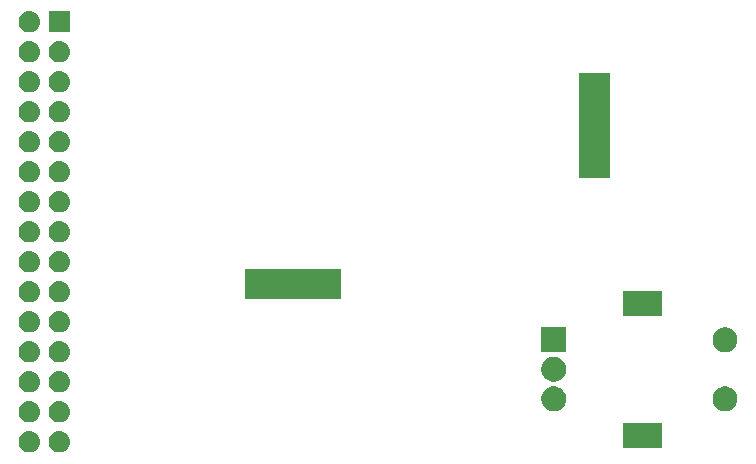
<source format=gbr>
G04 #@! TF.GenerationSoftware,KiCad,Pcbnew,5.1.2+dfsg1-1*
G04 #@! TF.CreationDate,2019-08-07T20:01:01+08:00*
G04 #@! TF.ProjectId,LCD_MINI,4c43445f-4d49-44e4-992e-6b696361645f,rev?*
G04 #@! TF.SameCoordinates,Original*
G04 #@! TF.FileFunction,Soldermask,Top*
G04 #@! TF.FilePolarity,Negative*
%FSLAX46Y46*%
G04 Gerber Fmt 4.6, Leading zero omitted, Abs format (unit mm)*
G04 Created by KiCad (PCBNEW 5.1.2+dfsg1-1) date 2019-08-07 20:01:01*
%MOMM*%
%LPD*%
G04 APERTURE LIST*
%ADD10C,0.100000*%
G04 APERTURE END LIST*
D10*
G36*
X116950443Y-112135519D02*
G01*
X117016627Y-112142037D01*
X117186466Y-112193557D01*
X117342991Y-112277222D01*
X117378729Y-112306552D01*
X117480186Y-112389814D01*
X117563448Y-112491271D01*
X117592778Y-112527009D01*
X117676443Y-112683534D01*
X117727963Y-112853373D01*
X117745359Y-113030000D01*
X117727963Y-113206627D01*
X117676443Y-113376466D01*
X117592778Y-113532991D01*
X117577998Y-113551000D01*
X117480186Y-113670186D01*
X117378729Y-113753448D01*
X117342991Y-113782778D01*
X117186466Y-113866443D01*
X117016627Y-113917963D01*
X116950443Y-113924481D01*
X116884260Y-113931000D01*
X116795740Y-113931000D01*
X116729557Y-113924481D01*
X116663373Y-113917963D01*
X116493534Y-113866443D01*
X116337009Y-113782778D01*
X116301271Y-113753448D01*
X116199814Y-113670186D01*
X116102002Y-113551000D01*
X116087222Y-113532991D01*
X116003557Y-113376466D01*
X115952037Y-113206627D01*
X115934641Y-113030000D01*
X115952037Y-112853373D01*
X116003557Y-112683534D01*
X116087222Y-112527009D01*
X116116552Y-112491271D01*
X116199814Y-112389814D01*
X116301271Y-112306552D01*
X116337009Y-112277222D01*
X116493534Y-112193557D01*
X116663373Y-112142037D01*
X116729557Y-112135519D01*
X116795740Y-112129000D01*
X116884260Y-112129000D01*
X116950443Y-112135519D01*
X116950443Y-112135519D01*
G37*
G36*
X114410443Y-112135519D02*
G01*
X114476627Y-112142037D01*
X114646466Y-112193557D01*
X114802991Y-112277222D01*
X114838729Y-112306552D01*
X114940186Y-112389814D01*
X115023448Y-112491271D01*
X115052778Y-112527009D01*
X115136443Y-112683534D01*
X115187963Y-112853373D01*
X115205359Y-113030000D01*
X115187963Y-113206627D01*
X115136443Y-113376466D01*
X115052778Y-113532991D01*
X115037998Y-113551000D01*
X114940186Y-113670186D01*
X114838729Y-113753448D01*
X114802991Y-113782778D01*
X114646466Y-113866443D01*
X114476627Y-113917963D01*
X114410443Y-113924481D01*
X114344260Y-113931000D01*
X114255740Y-113931000D01*
X114189557Y-113924481D01*
X114123373Y-113917963D01*
X113953534Y-113866443D01*
X113797009Y-113782778D01*
X113761271Y-113753448D01*
X113659814Y-113670186D01*
X113562002Y-113551000D01*
X113547222Y-113532991D01*
X113463557Y-113376466D01*
X113412037Y-113206627D01*
X113394641Y-113030000D01*
X113412037Y-112853373D01*
X113463557Y-112683534D01*
X113547222Y-112527009D01*
X113576552Y-112491271D01*
X113659814Y-112389814D01*
X113761271Y-112306552D01*
X113797009Y-112277222D01*
X113953534Y-112193557D01*
X114123373Y-112142037D01*
X114189557Y-112135519D01*
X114255740Y-112129000D01*
X114344260Y-112129000D01*
X114410443Y-112135519D01*
X114410443Y-112135519D01*
G37*
G36*
X167851000Y-113551000D02*
G01*
X164549000Y-113551000D01*
X164549000Y-111449000D01*
X167851000Y-111449000D01*
X167851000Y-113551000D01*
X167851000Y-113551000D01*
G37*
G36*
X116950442Y-109595518D02*
G01*
X117016627Y-109602037D01*
X117186466Y-109653557D01*
X117342991Y-109737222D01*
X117378729Y-109766552D01*
X117480186Y-109849814D01*
X117563448Y-109951271D01*
X117592778Y-109987009D01*
X117676443Y-110143534D01*
X117727963Y-110313373D01*
X117745359Y-110490000D01*
X117727963Y-110666627D01*
X117676443Y-110836466D01*
X117592778Y-110992991D01*
X117563448Y-111028729D01*
X117480186Y-111130186D01*
X117378729Y-111213448D01*
X117342991Y-111242778D01*
X117186466Y-111326443D01*
X117016627Y-111377963D01*
X116950443Y-111384481D01*
X116884260Y-111391000D01*
X116795740Y-111391000D01*
X116729557Y-111384481D01*
X116663373Y-111377963D01*
X116493534Y-111326443D01*
X116337009Y-111242778D01*
X116301271Y-111213448D01*
X116199814Y-111130186D01*
X116116552Y-111028729D01*
X116087222Y-110992991D01*
X116003557Y-110836466D01*
X115952037Y-110666627D01*
X115934641Y-110490000D01*
X115952037Y-110313373D01*
X116003557Y-110143534D01*
X116087222Y-109987009D01*
X116116552Y-109951271D01*
X116199814Y-109849814D01*
X116301271Y-109766552D01*
X116337009Y-109737222D01*
X116493534Y-109653557D01*
X116663373Y-109602037D01*
X116729558Y-109595518D01*
X116795740Y-109589000D01*
X116884260Y-109589000D01*
X116950442Y-109595518D01*
X116950442Y-109595518D01*
G37*
G36*
X114410442Y-109595518D02*
G01*
X114476627Y-109602037D01*
X114646466Y-109653557D01*
X114802991Y-109737222D01*
X114838729Y-109766552D01*
X114940186Y-109849814D01*
X115023448Y-109951271D01*
X115052778Y-109987009D01*
X115136443Y-110143534D01*
X115187963Y-110313373D01*
X115205359Y-110490000D01*
X115187963Y-110666627D01*
X115136443Y-110836466D01*
X115052778Y-110992991D01*
X115023448Y-111028729D01*
X114940186Y-111130186D01*
X114838729Y-111213448D01*
X114802991Y-111242778D01*
X114646466Y-111326443D01*
X114476627Y-111377963D01*
X114410443Y-111384481D01*
X114344260Y-111391000D01*
X114255740Y-111391000D01*
X114189557Y-111384481D01*
X114123373Y-111377963D01*
X113953534Y-111326443D01*
X113797009Y-111242778D01*
X113761271Y-111213448D01*
X113659814Y-111130186D01*
X113576552Y-111028729D01*
X113547222Y-110992991D01*
X113463557Y-110836466D01*
X113412037Y-110666627D01*
X113394641Y-110490000D01*
X113412037Y-110313373D01*
X113463557Y-110143534D01*
X113547222Y-109987009D01*
X113576552Y-109951271D01*
X113659814Y-109849814D01*
X113761271Y-109766552D01*
X113797009Y-109737222D01*
X113953534Y-109653557D01*
X114123373Y-109602037D01*
X114189558Y-109595518D01*
X114255740Y-109589000D01*
X114344260Y-109589000D01*
X114410442Y-109595518D01*
X114410442Y-109595518D01*
G37*
G36*
X173506564Y-108389389D02*
G01*
X173660108Y-108452989D01*
X173697835Y-108468616D01*
X173869973Y-108583635D01*
X174016365Y-108730027D01*
X174097197Y-108851000D01*
X174131385Y-108902167D01*
X174210611Y-109093436D01*
X174251000Y-109296484D01*
X174251000Y-109503516D01*
X174210611Y-109706564D01*
X174131385Y-109897833D01*
X174131384Y-109897835D01*
X174016365Y-110069973D01*
X173869973Y-110216365D01*
X173697835Y-110331384D01*
X173697834Y-110331385D01*
X173697833Y-110331385D01*
X173506564Y-110410611D01*
X173303516Y-110451000D01*
X173096484Y-110451000D01*
X172893436Y-110410611D01*
X172702167Y-110331385D01*
X172702166Y-110331385D01*
X172702165Y-110331384D01*
X172530027Y-110216365D01*
X172383635Y-110069973D01*
X172268616Y-109897835D01*
X172268615Y-109897833D01*
X172189389Y-109706564D01*
X172149000Y-109503516D01*
X172149000Y-109296484D01*
X172189389Y-109093436D01*
X172268615Y-108902167D01*
X172302804Y-108851000D01*
X172383635Y-108730027D01*
X172530027Y-108583635D01*
X172702165Y-108468616D01*
X172739892Y-108452989D01*
X172893436Y-108389389D01*
X173096484Y-108349000D01*
X173303516Y-108349000D01*
X173506564Y-108389389D01*
X173506564Y-108389389D01*
G37*
G36*
X159006564Y-108389389D02*
G01*
X159160108Y-108452989D01*
X159197835Y-108468616D01*
X159369973Y-108583635D01*
X159516365Y-108730027D01*
X159597197Y-108851000D01*
X159631385Y-108902167D01*
X159710611Y-109093436D01*
X159751000Y-109296484D01*
X159751000Y-109503516D01*
X159710611Y-109706564D01*
X159631385Y-109897833D01*
X159631384Y-109897835D01*
X159516365Y-110069973D01*
X159369973Y-110216365D01*
X159197835Y-110331384D01*
X159197834Y-110331385D01*
X159197833Y-110331385D01*
X159006564Y-110410611D01*
X158803516Y-110451000D01*
X158596484Y-110451000D01*
X158393436Y-110410611D01*
X158202167Y-110331385D01*
X158202166Y-110331385D01*
X158202165Y-110331384D01*
X158030027Y-110216365D01*
X157883635Y-110069973D01*
X157768616Y-109897835D01*
X157768615Y-109897833D01*
X157689389Y-109706564D01*
X157649000Y-109503516D01*
X157649000Y-109296484D01*
X157689389Y-109093436D01*
X157768615Y-108902167D01*
X157802804Y-108851000D01*
X157883635Y-108730027D01*
X158030027Y-108583635D01*
X158202165Y-108468616D01*
X158239892Y-108452989D01*
X158393436Y-108389389D01*
X158596484Y-108349000D01*
X158803516Y-108349000D01*
X159006564Y-108389389D01*
X159006564Y-108389389D01*
G37*
G36*
X114410442Y-107055518D02*
G01*
X114476627Y-107062037D01*
X114646466Y-107113557D01*
X114802991Y-107197222D01*
X114814374Y-107206564D01*
X114940186Y-107309814D01*
X115012420Y-107397833D01*
X115052778Y-107447009D01*
X115136443Y-107603534D01*
X115187963Y-107773373D01*
X115205359Y-107950000D01*
X115187963Y-108126627D01*
X115136443Y-108296466D01*
X115052778Y-108452991D01*
X115023448Y-108488729D01*
X114940186Y-108590186D01*
X114838729Y-108673448D01*
X114802991Y-108702778D01*
X114646466Y-108786443D01*
X114476627Y-108837963D01*
X114410442Y-108844482D01*
X114344260Y-108851000D01*
X114255740Y-108851000D01*
X114189558Y-108844482D01*
X114123373Y-108837963D01*
X113953534Y-108786443D01*
X113797009Y-108702778D01*
X113761271Y-108673448D01*
X113659814Y-108590186D01*
X113576552Y-108488729D01*
X113547222Y-108452991D01*
X113463557Y-108296466D01*
X113412037Y-108126627D01*
X113394641Y-107950000D01*
X113412037Y-107773373D01*
X113463557Y-107603534D01*
X113547222Y-107447009D01*
X113587580Y-107397833D01*
X113659814Y-107309814D01*
X113785626Y-107206564D01*
X113797009Y-107197222D01*
X113953534Y-107113557D01*
X114123373Y-107062037D01*
X114189558Y-107055518D01*
X114255740Y-107049000D01*
X114344260Y-107049000D01*
X114410442Y-107055518D01*
X114410442Y-107055518D01*
G37*
G36*
X116950442Y-107055518D02*
G01*
X117016627Y-107062037D01*
X117186466Y-107113557D01*
X117342991Y-107197222D01*
X117354374Y-107206564D01*
X117480186Y-107309814D01*
X117552420Y-107397833D01*
X117592778Y-107447009D01*
X117676443Y-107603534D01*
X117727963Y-107773373D01*
X117745359Y-107950000D01*
X117727963Y-108126627D01*
X117676443Y-108296466D01*
X117592778Y-108452991D01*
X117563448Y-108488729D01*
X117480186Y-108590186D01*
X117378729Y-108673448D01*
X117342991Y-108702778D01*
X117186466Y-108786443D01*
X117016627Y-108837963D01*
X116950442Y-108844482D01*
X116884260Y-108851000D01*
X116795740Y-108851000D01*
X116729558Y-108844482D01*
X116663373Y-108837963D01*
X116493534Y-108786443D01*
X116337009Y-108702778D01*
X116301271Y-108673448D01*
X116199814Y-108590186D01*
X116116552Y-108488729D01*
X116087222Y-108452991D01*
X116003557Y-108296466D01*
X115952037Y-108126627D01*
X115934641Y-107950000D01*
X115952037Y-107773373D01*
X116003557Y-107603534D01*
X116087222Y-107447009D01*
X116127580Y-107397833D01*
X116199814Y-107309814D01*
X116325626Y-107206564D01*
X116337009Y-107197222D01*
X116493534Y-107113557D01*
X116663373Y-107062037D01*
X116729558Y-107055518D01*
X116795740Y-107049000D01*
X116884260Y-107049000D01*
X116950442Y-107055518D01*
X116950442Y-107055518D01*
G37*
G36*
X159006564Y-105889389D02*
G01*
X159197833Y-105968615D01*
X159197835Y-105968616D01*
X159319913Y-106050186D01*
X159369973Y-106083635D01*
X159516365Y-106230027D01*
X159631385Y-106402167D01*
X159710611Y-106593436D01*
X159751000Y-106796484D01*
X159751000Y-107003516D01*
X159710611Y-107206564D01*
X159667843Y-107309815D01*
X159631384Y-107397835D01*
X159516365Y-107569973D01*
X159369973Y-107716365D01*
X159197835Y-107831384D01*
X159197834Y-107831385D01*
X159197833Y-107831385D01*
X159006564Y-107910611D01*
X158803516Y-107951000D01*
X158596484Y-107951000D01*
X158393436Y-107910611D01*
X158202167Y-107831385D01*
X158202166Y-107831385D01*
X158202165Y-107831384D01*
X158030027Y-107716365D01*
X157883635Y-107569973D01*
X157768616Y-107397835D01*
X157732157Y-107309815D01*
X157689389Y-107206564D01*
X157649000Y-107003516D01*
X157649000Y-106796484D01*
X157689389Y-106593436D01*
X157768615Y-106402167D01*
X157883635Y-106230027D01*
X158030027Y-106083635D01*
X158080087Y-106050186D01*
X158202165Y-105968616D01*
X158202167Y-105968615D01*
X158393436Y-105889389D01*
X158596484Y-105849000D01*
X158803516Y-105849000D01*
X159006564Y-105889389D01*
X159006564Y-105889389D01*
G37*
G36*
X116950443Y-104515519D02*
G01*
X117016627Y-104522037D01*
X117186466Y-104573557D01*
X117342991Y-104657222D01*
X117378729Y-104686552D01*
X117480186Y-104769814D01*
X117563448Y-104871271D01*
X117592778Y-104907009D01*
X117676443Y-105063534D01*
X117727963Y-105233373D01*
X117745359Y-105410000D01*
X117727963Y-105586627D01*
X117676443Y-105756466D01*
X117592778Y-105912991D01*
X117563448Y-105948729D01*
X117480186Y-106050186D01*
X117378729Y-106133448D01*
X117342991Y-106162778D01*
X117186466Y-106246443D01*
X117016627Y-106297963D01*
X116950442Y-106304482D01*
X116884260Y-106311000D01*
X116795740Y-106311000D01*
X116729558Y-106304482D01*
X116663373Y-106297963D01*
X116493534Y-106246443D01*
X116337009Y-106162778D01*
X116301271Y-106133448D01*
X116199814Y-106050186D01*
X116116552Y-105948729D01*
X116087222Y-105912991D01*
X116003557Y-105756466D01*
X115952037Y-105586627D01*
X115934641Y-105410000D01*
X115952037Y-105233373D01*
X116003557Y-105063534D01*
X116087222Y-104907009D01*
X116116552Y-104871271D01*
X116199814Y-104769814D01*
X116301271Y-104686552D01*
X116337009Y-104657222D01*
X116493534Y-104573557D01*
X116663373Y-104522037D01*
X116729557Y-104515519D01*
X116795740Y-104509000D01*
X116884260Y-104509000D01*
X116950443Y-104515519D01*
X116950443Y-104515519D01*
G37*
G36*
X114410443Y-104515519D02*
G01*
X114476627Y-104522037D01*
X114646466Y-104573557D01*
X114802991Y-104657222D01*
X114838729Y-104686552D01*
X114940186Y-104769814D01*
X115023448Y-104871271D01*
X115052778Y-104907009D01*
X115136443Y-105063534D01*
X115187963Y-105233373D01*
X115205359Y-105410000D01*
X115187963Y-105586627D01*
X115136443Y-105756466D01*
X115052778Y-105912991D01*
X115023448Y-105948729D01*
X114940186Y-106050186D01*
X114838729Y-106133448D01*
X114802991Y-106162778D01*
X114646466Y-106246443D01*
X114476627Y-106297963D01*
X114410442Y-106304482D01*
X114344260Y-106311000D01*
X114255740Y-106311000D01*
X114189558Y-106304482D01*
X114123373Y-106297963D01*
X113953534Y-106246443D01*
X113797009Y-106162778D01*
X113761271Y-106133448D01*
X113659814Y-106050186D01*
X113576552Y-105948729D01*
X113547222Y-105912991D01*
X113463557Y-105756466D01*
X113412037Y-105586627D01*
X113394641Y-105410000D01*
X113412037Y-105233373D01*
X113463557Y-105063534D01*
X113547222Y-104907009D01*
X113576552Y-104871271D01*
X113659814Y-104769814D01*
X113761271Y-104686552D01*
X113797009Y-104657222D01*
X113953534Y-104573557D01*
X114123373Y-104522037D01*
X114189557Y-104515519D01*
X114255740Y-104509000D01*
X114344260Y-104509000D01*
X114410443Y-104515519D01*
X114410443Y-104515519D01*
G37*
G36*
X159751000Y-105451000D02*
G01*
X157649000Y-105451000D01*
X157649000Y-103349000D01*
X159751000Y-103349000D01*
X159751000Y-105451000D01*
X159751000Y-105451000D01*
G37*
G36*
X173506564Y-103389389D02*
G01*
X173697833Y-103468615D01*
X173697835Y-103468616D01*
X173760047Y-103510185D01*
X173869973Y-103583635D01*
X174016365Y-103730027D01*
X174131385Y-103902167D01*
X174210611Y-104093436D01*
X174251000Y-104296484D01*
X174251000Y-104503516D01*
X174210611Y-104706564D01*
X174131385Y-104897833D01*
X174131384Y-104897835D01*
X174016365Y-105069973D01*
X173869973Y-105216365D01*
X173697835Y-105331384D01*
X173697834Y-105331385D01*
X173697833Y-105331385D01*
X173506564Y-105410611D01*
X173303516Y-105451000D01*
X173096484Y-105451000D01*
X172893436Y-105410611D01*
X172702167Y-105331385D01*
X172702166Y-105331385D01*
X172702165Y-105331384D01*
X172530027Y-105216365D01*
X172383635Y-105069973D01*
X172268616Y-104897835D01*
X172268615Y-104897833D01*
X172189389Y-104706564D01*
X172149000Y-104503516D01*
X172149000Y-104296484D01*
X172189389Y-104093436D01*
X172268615Y-103902167D01*
X172383635Y-103730027D01*
X172530027Y-103583635D01*
X172639953Y-103510185D01*
X172702165Y-103468616D01*
X172702167Y-103468615D01*
X172893436Y-103389389D01*
X173096484Y-103349000D01*
X173303516Y-103349000D01*
X173506564Y-103389389D01*
X173506564Y-103389389D01*
G37*
G36*
X116950442Y-101975518D02*
G01*
X117016627Y-101982037D01*
X117186466Y-102033557D01*
X117342991Y-102117222D01*
X117378729Y-102146552D01*
X117480186Y-102229814D01*
X117563448Y-102331271D01*
X117592778Y-102367009D01*
X117676443Y-102523534D01*
X117727963Y-102693373D01*
X117745359Y-102870000D01*
X117727963Y-103046627D01*
X117676443Y-103216466D01*
X117592778Y-103372991D01*
X117563448Y-103408729D01*
X117480186Y-103510186D01*
X117390687Y-103583635D01*
X117342991Y-103622778D01*
X117186466Y-103706443D01*
X117016627Y-103757963D01*
X116950443Y-103764481D01*
X116884260Y-103771000D01*
X116795740Y-103771000D01*
X116729557Y-103764481D01*
X116663373Y-103757963D01*
X116493534Y-103706443D01*
X116337009Y-103622778D01*
X116289313Y-103583635D01*
X116199814Y-103510186D01*
X116116552Y-103408729D01*
X116087222Y-103372991D01*
X116003557Y-103216466D01*
X115952037Y-103046627D01*
X115934641Y-102870000D01*
X115952037Y-102693373D01*
X116003557Y-102523534D01*
X116087222Y-102367009D01*
X116116552Y-102331271D01*
X116199814Y-102229814D01*
X116301271Y-102146552D01*
X116337009Y-102117222D01*
X116493534Y-102033557D01*
X116663373Y-101982037D01*
X116729558Y-101975518D01*
X116795740Y-101969000D01*
X116884260Y-101969000D01*
X116950442Y-101975518D01*
X116950442Y-101975518D01*
G37*
G36*
X114410442Y-101975518D02*
G01*
X114476627Y-101982037D01*
X114646466Y-102033557D01*
X114802991Y-102117222D01*
X114838729Y-102146552D01*
X114940186Y-102229814D01*
X115023448Y-102331271D01*
X115052778Y-102367009D01*
X115136443Y-102523534D01*
X115187963Y-102693373D01*
X115205359Y-102870000D01*
X115187963Y-103046627D01*
X115136443Y-103216466D01*
X115052778Y-103372991D01*
X115023448Y-103408729D01*
X114940186Y-103510186D01*
X114850687Y-103583635D01*
X114802991Y-103622778D01*
X114646466Y-103706443D01*
X114476627Y-103757963D01*
X114410443Y-103764481D01*
X114344260Y-103771000D01*
X114255740Y-103771000D01*
X114189557Y-103764481D01*
X114123373Y-103757963D01*
X113953534Y-103706443D01*
X113797009Y-103622778D01*
X113749313Y-103583635D01*
X113659814Y-103510186D01*
X113576552Y-103408729D01*
X113547222Y-103372991D01*
X113463557Y-103216466D01*
X113412037Y-103046627D01*
X113394641Y-102870000D01*
X113412037Y-102693373D01*
X113463557Y-102523534D01*
X113547222Y-102367009D01*
X113576552Y-102331271D01*
X113659814Y-102229814D01*
X113761271Y-102146552D01*
X113797009Y-102117222D01*
X113953534Y-102033557D01*
X114123373Y-101982037D01*
X114189558Y-101975518D01*
X114255740Y-101969000D01*
X114344260Y-101969000D01*
X114410442Y-101975518D01*
X114410442Y-101975518D01*
G37*
G36*
X167851000Y-102351000D02*
G01*
X164549000Y-102351000D01*
X164549000Y-100249000D01*
X167851000Y-100249000D01*
X167851000Y-102351000D01*
X167851000Y-102351000D01*
G37*
G36*
X114410443Y-99435519D02*
G01*
X114476627Y-99442037D01*
X114646466Y-99493557D01*
X114802991Y-99577222D01*
X114838729Y-99606552D01*
X114940186Y-99689814D01*
X115023448Y-99791271D01*
X115052778Y-99827009D01*
X115136443Y-99983534D01*
X115187963Y-100153373D01*
X115205359Y-100330000D01*
X115187963Y-100506627D01*
X115136443Y-100676466D01*
X115052778Y-100832991D01*
X115023448Y-100868729D01*
X114940186Y-100970186D01*
X114838729Y-101053448D01*
X114802991Y-101082778D01*
X114646466Y-101166443D01*
X114476627Y-101217963D01*
X114410443Y-101224481D01*
X114344260Y-101231000D01*
X114255740Y-101231000D01*
X114189558Y-101224482D01*
X114123373Y-101217963D01*
X113953534Y-101166443D01*
X113797009Y-101082778D01*
X113761271Y-101053448D01*
X113659814Y-100970186D01*
X113576552Y-100868729D01*
X113547222Y-100832991D01*
X113463557Y-100676466D01*
X113412037Y-100506627D01*
X113394641Y-100330000D01*
X113412037Y-100153373D01*
X113463557Y-99983534D01*
X113547222Y-99827009D01*
X113576552Y-99791271D01*
X113659814Y-99689814D01*
X113761271Y-99606552D01*
X113797009Y-99577222D01*
X113953534Y-99493557D01*
X114123373Y-99442037D01*
X114189558Y-99435518D01*
X114255740Y-99429000D01*
X114344260Y-99429000D01*
X114410443Y-99435519D01*
X114410443Y-99435519D01*
G37*
G36*
X116950443Y-99435519D02*
G01*
X117016627Y-99442037D01*
X117186466Y-99493557D01*
X117342991Y-99577222D01*
X117378729Y-99606552D01*
X117480186Y-99689814D01*
X117563448Y-99791271D01*
X117592778Y-99827009D01*
X117676443Y-99983534D01*
X117727963Y-100153373D01*
X117745359Y-100330000D01*
X117727963Y-100506627D01*
X117676443Y-100676466D01*
X117592778Y-100832991D01*
X117563448Y-100868729D01*
X117480186Y-100970186D01*
X117378729Y-101053448D01*
X117342991Y-101082778D01*
X117186466Y-101166443D01*
X117016627Y-101217963D01*
X116950443Y-101224481D01*
X116884260Y-101231000D01*
X116795740Y-101231000D01*
X116729558Y-101224482D01*
X116663373Y-101217963D01*
X116493534Y-101166443D01*
X116337009Y-101082778D01*
X116301271Y-101053448D01*
X116199814Y-100970186D01*
X116116552Y-100868729D01*
X116087222Y-100832991D01*
X116003557Y-100676466D01*
X115952037Y-100506627D01*
X115934641Y-100330000D01*
X115952037Y-100153373D01*
X116003557Y-99983534D01*
X116087222Y-99827009D01*
X116116552Y-99791271D01*
X116199814Y-99689814D01*
X116301271Y-99606552D01*
X116337009Y-99577222D01*
X116493534Y-99493557D01*
X116663373Y-99442037D01*
X116729558Y-99435518D01*
X116795740Y-99429000D01*
X116884260Y-99429000D01*
X116950443Y-99435519D01*
X116950443Y-99435519D01*
G37*
G36*
X140683400Y-100983600D02*
G01*
X132531400Y-100983600D01*
X132531400Y-98381600D01*
X140683400Y-98381600D01*
X140683400Y-100983600D01*
X140683400Y-100983600D01*
G37*
G36*
X116950442Y-96895518D02*
G01*
X117016627Y-96902037D01*
X117186466Y-96953557D01*
X117342991Y-97037222D01*
X117378729Y-97066552D01*
X117480186Y-97149814D01*
X117563448Y-97251271D01*
X117592778Y-97287009D01*
X117676443Y-97443534D01*
X117727963Y-97613373D01*
X117745359Y-97790000D01*
X117727963Y-97966627D01*
X117676443Y-98136466D01*
X117592778Y-98292991D01*
X117563448Y-98328729D01*
X117480186Y-98430186D01*
X117378729Y-98513448D01*
X117342991Y-98542778D01*
X117186466Y-98626443D01*
X117016627Y-98677963D01*
X116950442Y-98684482D01*
X116884260Y-98691000D01*
X116795740Y-98691000D01*
X116729558Y-98684482D01*
X116663373Y-98677963D01*
X116493534Y-98626443D01*
X116337009Y-98542778D01*
X116301271Y-98513448D01*
X116199814Y-98430186D01*
X116116552Y-98328729D01*
X116087222Y-98292991D01*
X116003557Y-98136466D01*
X115952037Y-97966627D01*
X115934641Y-97790000D01*
X115952037Y-97613373D01*
X116003557Y-97443534D01*
X116087222Y-97287009D01*
X116116552Y-97251271D01*
X116199814Y-97149814D01*
X116301271Y-97066552D01*
X116337009Y-97037222D01*
X116493534Y-96953557D01*
X116663373Y-96902037D01*
X116729558Y-96895518D01*
X116795740Y-96889000D01*
X116884260Y-96889000D01*
X116950442Y-96895518D01*
X116950442Y-96895518D01*
G37*
G36*
X114410442Y-96895518D02*
G01*
X114476627Y-96902037D01*
X114646466Y-96953557D01*
X114802991Y-97037222D01*
X114838729Y-97066552D01*
X114940186Y-97149814D01*
X115023448Y-97251271D01*
X115052778Y-97287009D01*
X115136443Y-97443534D01*
X115187963Y-97613373D01*
X115205359Y-97790000D01*
X115187963Y-97966627D01*
X115136443Y-98136466D01*
X115052778Y-98292991D01*
X115023448Y-98328729D01*
X114940186Y-98430186D01*
X114838729Y-98513448D01*
X114802991Y-98542778D01*
X114646466Y-98626443D01*
X114476627Y-98677963D01*
X114410442Y-98684482D01*
X114344260Y-98691000D01*
X114255740Y-98691000D01*
X114189558Y-98684482D01*
X114123373Y-98677963D01*
X113953534Y-98626443D01*
X113797009Y-98542778D01*
X113761271Y-98513448D01*
X113659814Y-98430186D01*
X113576552Y-98328729D01*
X113547222Y-98292991D01*
X113463557Y-98136466D01*
X113412037Y-97966627D01*
X113394641Y-97790000D01*
X113412037Y-97613373D01*
X113463557Y-97443534D01*
X113547222Y-97287009D01*
X113576552Y-97251271D01*
X113659814Y-97149814D01*
X113761271Y-97066552D01*
X113797009Y-97037222D01*
X113953534Y-96953557D01*
X114123373Y-96902037D01*
X114189558Y-96895518D01*
X114255740Y-96889000D01*
X114344260Y-96889000D01*
X114410442Y-96895518D01*
X114410442Y-96895518D01*
G37*
G36*
X114410442Y-94355518D02*
G01*
X114476627Y-94362037D01*
X114646466Y-94413557D01*
X114802991Y-94497222D01*
X114838729Y-94526552D01*
X114940186Y-94609814D01*
X115023448Y-94711271D01*
X115052778Y-94747009D01*
X115136443Y-94903534D01*
X115187963Y-95073373D01*
X115205359Y-95250000D01*
X115187963Y-95426627D01*
X115136443Y-95596466D01*
X115052778Y-95752991D01*
X115023448Y-95788729D01*
X114940186Y-95890186D01*
X114838729Y-95973448D01*
X114802991Y-96002778D01*
X114646466Y-96086443D01*
X114476627Y-96137963D01*
X114410443Y-96144481D01*
X114344260Y-96151000D01*
X114255740Y-96151000D01*
X114189558Y-96144482D01*
X114123373Y-96137963D01*
X113953534Y-96086443D01*
X113797009Y-96002778D01*
X113761271Y-95973448D01*
X113659814Y-95890186D01*
X113576552Y-95788729D01*
X113547222Y-95752991D01*
X113463557Y-95596466D01*
X113412037Y-95426627D01*
X113394641Y-95250000D01*
X113412037Y-95073373D01*
X113463557Y-94903534D01*
X113547222Y-94747009D01*
X113576552Y-94711271D01*
X113659814Y-94609814D01*
X113761271Y-94526552D01*
X113797009Y-94497222D01*
X113953534Y-94413557D01*
X114123373Y-94362037D01*
X114189558Y-94355518D01*
X114255740Y-94349000D01*
X114344260Y-94349000D01*
X114410442Y-94355518D01*
X114410442Y-94355518D01*
G37*
G36*
X116950442Y-94355518D02*
G01*
X117016627Y-94362037D01*
X117186466Y-94413557D01*
X117342991Y-94497222D01*
X117378729Y-94526552D01*
X117480186Y-94609814D01*
X117563448Y-94711271D01*
X117592778Y-94747009D01*
X117676443Y-94903534D01*
X117727963Y-95073373D01*
X117745359Y-95250000D01*
X117727963Y-95426627D01*
X117676443Y-95596466D01*
X117592778Y-95752991D01*
X117563448Y-95788729D01*
X117480186Y-95890186D01*
X117378729Y-95973448D01*
X117342991Y-96002778D01*
X117186466Y-96086443D01*
X117016627Y-96137963D01*
X116950443Y-96144481D01*
X116884260Y-96151000D01*
X116795740Y-96151000D01*
X116729558Y-96144482D01*
X116663373Y-96137963D01*
X116493534Y-96086443D01*
X116337009Y-96002778D01*
X116301271Y-95973448D01*
X116199814Y-95890186D01*
X116116552Y-95788729D01*
X116087222Y-95752991D01*
X116003557Y-95596466D01*
X115952037Y-95426627D01*
X115934641Y-95250000D01*
X115952037Y-95073373D01*
X116003557Y-94903534D01*
X116087222Y-94747009D01*
X116116552Y-94711271D01*
X116199814Y-94609814D01*
X116301271Y-94526552D01*
X116337009Y-94497222D01*
X116493534Y-94413557D01*
X116663373Y-94362037D01*
X116729557Y-94355519D01*
X116795740Y-94349000D01*
X116884260Y-94349000D01*
X116950442Y-94355518D01*
X116950442Y-94355518D01*
G37*
G36*
X116950442Y-91815518D02*
G01*
X117016627Y-91822037D01*
X117186466Y-91873557D01*
X117342991Y-91957222D01*
X117378729Y-91986552D01*
X117480186Y-92069814D01*
X117563448Y-92171271D01*
X117592778Y-92207009D01*
X117676443Y-92363534D01*
X117727963Y-92533373D01*
X117745359Y-92710000D01*
X117727963Y-92886627D01*
X117676443Y-93056466D01*
X117592778Y-93212991D01*
X117563448Y-93248729D01*
X117480186Y-93350186D01*
X117378729Y-93433448D01*
X117342991Y-93462778D01*
X117186466Y-93546443D01*
X117016627Y-93597963D01*
X116950443Y-93604481D01*
X116884260Y-93611000D01*
X116795740Y-93611000D01*
X116729557Y-93604481D01*
X116663373Y-93597963D01*
X116493534Y-93546443D01*
X116337009Y-93462778D01*
X116301271Y-93433448D01*
X116199814Y-93350186D01*
X116116552Y-93248729D01*
X116087222Y-93212991D01*
X116003557Y-93056466D01*
X115952037Y-92886627D01*
X115934641Y-92710000D01*
X115952037Y-92533373D01*
X116003557Y-92363534D01*
X116087222Y-92207009D01*
X116116552Y-92171271D01*
X116199814Y-92069814D01*
X116301271Y-91986552D01*
X116337009Y-91957222D01*
X116493534Y-91873557D01*
X116663373Y-91822037D01*
X116729558Y-91815518D01*
X116795740Y-91809000D01*
X116884260Y-91809000D01*
X116950442Y-91815518D01*
X116950442Y-91815518D01*
G37*
G36*
X114410442Y-91815518D02*
G01*
X114476627Y-91822037D01*
X114646466Y-91873557D01*
X114802991Y-91957222D01*
X114838729Y-91986552D01*
X114940186Y-92069814D01*
X115023448Y-92171271D01*
X115052778Y-92207009D01*
X115136443Y-92363534D01*
X115187963Y-92533373D01*
X115205359Y-92710000D01*
X115187963Y-92886627D01*
X115136443Y-93056466D01*
X115052778Y-93212991D01*
X115023448Y-93248729D01*
X114940186Y-93350186D01*
X114838729Y-93433448D01*
X114802991Y-93462778D01*
X114646466Y-93546443D01*
X114476627Y-93597963D01*
X114410443Y-93604481D01*
X114344260Y-93611000D01*
X114255740Y-93611000D01*
X114189557Y-93604481D01*
X114123373Y-93597963D01*
X113953534Y-93546443D01*
X113797009Y-93462778D01*
X113761271Y-93433448D01*
X113659814Y-93350186D01*
X113576552Y-93248729D01*
X113547222Y-93212991D01*
X113463557Y-93056466D01*
X113412037Y-92886627D01*
X113394641Y-92710000D01*
X113412037Y-92533373D01*
X113463557Y-92363534D01*
X113547222Y-92207009D01*
X113576552Y-92171271D01*
X113659814Y-92069814D01*
X113761271Y-91986552D01*
X113797009Y-91957222D01*
X113953534Y-91873557D01*
X114123373Y-91822037D01*
X114189558Y-91815518D01*
X114255740Y-91809000D01*
X114344260Y-91809000D01*
X114410442Y-91815518D01*
X114410442Y-91815518D01*
G37*
G36*
X114410443Y-89275519D02*
G01*
X114476627Y-89282037D01*
X114646466Y-89333557D01*
X114802991Y-89417222D01*
X114838729Y-89446552D01*
X114940186Y-89529814D01*
X115023448Y-89631271D01*
X115052778Y-89667009D01*
X115136443Y-89823534D01*
X115187963Y-89993373D01*
X115205359Y-90170000D01*
X115187963Y-90346627D01*
X115136443Y-90516466D01*
X115052778Y-90672991D01*
X115023448Y-90708729D01*
X114940186Y-90810186D01*
X114838729Y-90893448D01*
X114802991Y-90922778D01*
X114646466Y-91006443D01*
X114476627Y-91057963D01*
X114410442Y-91064482D01*
X114344260Y-91071000D01*
X114255740Y-91071000D01*
X114189558Y-91064482D01*
X114123373Y-91057963D01*
X113953534Y-91006443D01*
X113797009Y-90922778D01*
X113761271Y-90893448D01*
X113659814Y-90810186D01*
X113576552Y-90708729D01*
X113547222Y-90672991D01*
X113463557Y-90516466D01*
X113412037Y-90346627D01*
X113394641Y-90170000D01*
X113412037Y-89993373D01*
X113463557Y-89823534D01*
X113547222Y-89667009D01*
X113576552Y-89631271D01*
X113659814Y-89529814D01*
X113761271Y-89446552D01*
X113797009Y-89417222D01*
X113953534Y-89333557D01*
X114123373Y-89282037D01*
X114189557Y-89275519D01*
X114255740Y-89269000D01*
X114344260Y-89269000D01*
X114410443Y-89275519D01*
X114410443Y-89275519D01*
G37*
G36*
X116950443Y-89275519D02*
G01*
X117016627Y-89282037D01*
X117186466Y-89333557D01*
X117342991Y-89417222D01*
X117378729Y-89446552D01*
X117480186Y-89529814D01*
X117563448Y-89631271D01*
X117592778Y-89667009D01*
X117676443Y-89823534D01*
X117727963Y-89993373D01*
X117745359Y-90170000D01*
X117727963Y-90346627D01*
X117676443Y-90516466D01*
X117592778Y-90672991D01*
X117563448Y-90708729D01*
X117480186Y-90810186D01*
X117378729Y-90893448D01*
X117342991Y-90922778D01*
X117186466Y-91006443D01*
X117016627Y-91057963D01*
X116950442Y-91064482D01*
X116884260Y-91071000D01*
X116795740Y-91071000D01*
X116729558Y-91064482D01*
X116663373Y-91057963D01*
X116493534Y-91006443D01*
X116337009Y-90922778D01*
X116301271Y-90893448D01*
X116199814Y-90810186D01*
X116116552Y-90708729D01*
X116087222Y-90672991D01*
X116003557Y-90516466D01*
X115952037Y-90346627D01*
X115934641Y-90170000D01*
X115952037Y-89993373D01*
X116003557Y-89823534D01*
X116087222Y-89667009D01*
X116116552Y-89631271D01*
X116199814Y-89529814D01*
X116301271Y-89446552D01*
X116337009Y-89417222D01*
X116493534Y-89333557D01*
X116663373Y-89282037D01*
X116729557Y-89275519D01*
X116795740Y-89269000D01*
X116884260Y-89269000D01*
X116950443Y-89275519D01*
X116950443Y-89275519D01*
G37*
G36*
X163480000Y-90664600D02*
G01*
X160878000Y-90664600D01*
X160878000Y-81812600D01*
X163480000Y-81812600D01*
X163480000Y-90664600D01*
X163480000Y-90664600D01*
G37*
G36*
X116950442Y-86735518D02*
G01*
X117016627Y-86742037D01*
X117186466Y-86793557D01*
X117342991Y-86877222D01*
X117378729Y-86906552D01*
X117480186Y-86989814D01*
X117563448Y-87091271D01*
X117592778Y-87127009D01*
X117676443Y-87283534D01*
X117727963Y-87453373D01*
X117745359Y-87630000D01*
X117727963Y-87806627D01*
X117676443Y-87976466D01*
X117592778Y-88132991D01*
X117563448Y-88168729D01*
X117480186Y-88270186D01*
X117378729Y-88353448D01*
X117342991Y-88382778D01*
X117186466Y-88466443D01*
X117016627Y-88517963D01*
X116950442Y-88524482D01*
X116884260Y-88531000D01*
X116795740Y-88531000D01*
X116729558Y-88524482D01*
X116663373Y-88517963D01*
X116493534Y-88466443D01*
X116337009Y-88382778D01*
X116301271Y-88353448D01*
X116199814Y-88270186D01*
X116116552Y-88168729D01*
X116087222Y-88132991D01*
X116003557Y-87976466D01*
X115952037Y-87806627D01*
X115934641Y-87630000D01*
X115952037Y-87453373D01*
X116003557Y-87283534D01*
X116087222Y-87127009D01*
X116116552Y-87091271D01*
X116199814Y-86989814D01*
X116301271Y-86906552D01*
X116337009Y-86877222D01*
X116493534Y-86793557D01*
X116663373Y-86742037D01*
X116729558Y-86735518D01*
X116795740Y-86729000D01*
X116884260Y-86729000D01*
X116950442Y-86735518D01*
X116950442Y-86735518D01*
G37*
G36*
X114410442Y-86735518D02*
G01*
X114476627Y-86742037D01*
X114646466Y-86793557D01*
X114802991Y-86877222D01*
X114838729Y-86906552D01*
X114940186Y-86989814D01*
X115023448Y-87091271D01*
X115052778Y-87127009D01*
X115136443Y-87283534D01*
X115187963Y-87453373D01*
X115205359Y-87630000D01*
X115187963Y-87806627D01*
X115136443Y-87976466D01*
X115052778Y-88132991D01*
X115023448Y-88168729D01*
X114940186Y-88270186D01*
X114838729Y-88353448D01*
X114802991Y-88382778D01*
X114646466Y-88466443D01*
X114476627Y-88517963D01*
X114410442Y-88524482D01*
X114344260Y-88531000D01*
X114255740Y-88531000D01*
X114189558Y-88524482D01*
X114123373Y-88517963D01*
X113953534Y-88466443D01*
X113797009Y-88382778D01*
X113761271Y-88353448D01*
X113659814Y-88270186D01*
X113576552Y-88168729D01*
X113547222Y-88132991D01*
X113463557Y-87976466D01*
X113412037Y-87806627D01*
X113394641Y-87630000D01*
X113412037Y-87453373D01*
X113463557Y-87283534D01*
X113547222Y-87127009D01*
X113576552Y-87091271D01*
X113659814Y-86989814D01*
X113761271Y-86906552D01*
X113797009Y-86877222D01*
X113953534Y-86793557D01*
X114123373Y-86742037D01*
X114189558Y-86735518D01*
X114255740Y-86729000D01*
X114344260Y-86729000D01*
X114410442Y-86735518D01*
X114410442Y-86735518D01*
G37*
G36*
X116950442Y-84195518D02*
G01*
X117016627Y-84202037D01*
X117186466Y-84253557D01*
X117342991Y-84337222D01*
X117376351Y-84364600D01*
X117480186Y-84449814D01*
X117563448Y-84551271D01*
X117592778Y-84587009D01*
X117676443Y-84743534D01*
X117727963Y-84913373D01*
X117745359Y-85090000D01*
X117727963Y-85266627D01*
X117676443Y-85436466D01*
X117592778Y-85592991D01*
X117563448Y-85628729D01*
X117480186Y-85730186D01*
X117378729Y-85813448D01*
X117342991Y-85842778D01*
X117186466Y-85926443D01*
X117016627Y-85977963D01*
X116950442Y-85984482D01*
X116884260Y-85991000D01*
X116795740Y-85991000D01*
X116729558Y-85984482D01*
X116663373Y-85977963D01*
X116493534Y-85926443D01*
X116337009Y-85842778D01*
X116301271Y-85813448D01*
X116199814Y-85730186D01*
X116116552Y-85628729D01*
X116087222Y-85592991D01*
X116003557Y-85436466D01*
X115952037Y-85266627D01*
X115934641Y-85090000D01*
X115952037Y-84913373D01*
X116003557Y-84743534D01*
X116087222Y-84587009D01*
X116116552Y-84551271D01*
X116199814Y-84449814D01*
X116303649Y-84364600D01*
X116337009Y-84337222D01*
X116493534Y-84253557D01*
X116663373Y-84202037D01*
X116729558Y-84195518D01*
X116795740Y-84189000D01*
X116884260Y-84189000D01*
X116950442Y-84195518D01*
X116950442Y-84195518D01*
G37*
G36*
X114410442Y-84195518D02*
G01*
X114476627Y-84202037D01*
X114646466Y-84253557D01*
X114802991Y-84337222D01*
X114836351Y-84364600D01*
X114940186Y-84449814D01*
X115023448Y-84551271D01*
X115052778Y-84587009D01*
X115136443Y-84743534D01*
X115187963Y-84913373D01*
X115205359Y-85090000D01*
X115187963Y-85266627D01*
X115136443Y-85436466D01*
X115052778Y-85592991D01*
X115023448Y-85628729D01*
X114940186Y-85730186D01*
X114838729Y-85813448D01*
X114802991Y-85842778D01*
X114646466Y-85926443D01*
X114476627Y-85977963D01*
X114410442Y-85984482D01*
X114344260Y-85991000D01*
X114255740Y-85991000D01*
X114189558Y-85984482D01*
X114123373Y-85977963D01*
X113953534Y-85926443D01*
X113797009Y-85842778D01*
X113761271Y-85813448D01*
X113659814Y-85730186D01*
X113576552Y-85628729D01*
X113547222Y-85592991D01*
X113463557Y-85436466D01*
X113412037Y-85266627D01*
X113394641Y-85090000D01*
X113412037Y-84913373D01*
X113463557Y-84743534D01*
X113547222Y-84587009D01*
X113576552Y-84551271D01*
X113659814Y-84449814D01*
X113763649Y-84364600D01*
X113797009Y-84337222D01*
X113953534Y-84253557D01*
X114123373Y-84202037D01*
X114189558Y-84195518D01*
X114255740Y-84189000D01*
X114344260Y-84189000D01*
X114410442Y-84195518D01*
X114410442Y-84195518D01*
G37*
G36*
X116950443Y-81655519D02*
G01*
X117016627Y-81662037D01*
X117186466Y-81713557D01*
X117342991Y-81797222D01*
X117361729Y-81812600D01*
X117480186Y-81909814D01*
X117563448Y-82011271D01*
X117592778Y-82047009D01*
X117676443Y-82203534D01*
X117727963Y-82373373D01*
X117745359Y-82550000D01*
X117727963Y-82726627D01*
X117676443Y-82896466D01*
X117592778Y-83052991D01*
X117563448Y-83088729D01*
X117480186Y-83190186D01*
X117378729Y-83273448D01*
X117342991Y-83302778D01*
X117186466Y-83386443D01*
X117016627Y-83437963D01*
X116950443Y-83444481D01*
X116884260Y-83451000D01*
X116795740Y-83451000D01*
X116729557Y-83444481D01*
X116663373Y-83437963D01*
X116493534Y-83386443D01*
X116337009Y-83302778D01*
X116301271Y-83273448D01*
X116199814Y-83190186D01*
X116116552Y-83088729D01*
X116087222Y-83052991D01*
X116003557Y-82896466D01*
X115952037Y-82726627D01*
X115934641Y-82550000D01*
X115952037Y-82373373D01*
X116003557Y-82203534D01*
X116087222Y-82047009D01*
X116116552Y-82011271D01*
X116199814Y-81909814D01*
X116318271Y-81812600D01*
X116337009Y-81797222D01*
X116493534Y-81713557D01*
X116663373Y-81662037D01*
X116729557Y-81655519D01*
X116795740Y-81649000D01*
X116884260Y-81649000D01*
X116950443Y-81655519D01*
X116950443Y-81655519D01*
G37*
G36*
X114410443Y-81655519D02*
G01*
X114476627Y-81662037D01*
X114646466Y-81713557D01*
X114802991Y-81797222D01*
X114821729Y-81812600D01*
X114940186Y-81909814D01*
X115023448Y-82011271D01*
X115052778Y-82047009D01*
X115136443Y-82203534D01*
X115187963Y-82373373D01*
X115205359Y-82550000D01*
X115187963Y-82726627D01*
X115136443Y-82896466D01*
X115052778Y-83052991D01*
X115023448Y-83088729D01*
X114940186Y-83190186D01*
X114838729Y-83273448D01*
X114802991Y-83302778D01*
X114646466Y-83386443D01*
X114476627Y-83437963D01*
X114410443Y-83444481D01*
X114344260Y-83451000D01*
X114255740Y-83451000D01*
X114189557Y-83444481D01*
X114123373Y-83437963D01*
X113953534Y-83386443D01*
X113797009Y-83302778D01*
X113761271Y-83273448D01*
X113659814Y-83190186D01*
X113576552Y-83088729D01*
X113547222Y-83052991D01*
X113463557Y-82896466D01*
X113412037Y-82726627D01*
X113394641Y-82550000D01*
X113412037Y-82373373D01*
X113463557Y-82203534D01*
X113547222Y-82047009D01*
X113576552Y-82011271D01*
X113659814Y-81909814D01*
X113778271Y-81812600D01*
X113797009Y-81797222D01*
X113953534Y-81713557D01*
X114123373Y-81662037D01*
X114189557Y-81655519D01*
X114255740Y-81649000D01*
X114344260Y-81649000D01*
X114410443Y-81655519D01*
X114410443Y-81655519D01*
G37*
G36*
X114410443Y-79115519D02*
G01*
X114476627Y-79122037D01*
X114646466Y-79173557D01*
X114802991Y-79257222D01*
X114838729Y-79286552D01*
X114940186Y-79369814D01*
X115023448Y-79471271D01*
X115052778Y-79507009D01*
X115136443Y-79663534D01*
X115187963Y-79833373D01*
X115205359Y-80010000D01*
X115187963Y-80186627D01*
X115136443Y-80356466D01*
X115052778Y-80512991D01*
X115023448Y-80548729D01*
X114940186Y-80650186D01*
X114838729Y-80733448D01*
X114802991Y-80762778D01*
X114646466Y-80846443D01*
X114476627Y-80897963D01*
X114410442Y-80904482D01*
X114344260Y-80911000D01*
X114255740Y-80911000D01*
X114189558Y-80904482D01*
X114123373Y-80897963D01*
X113953534Y-80846443D01*
X113797009Y-80762778D01*
X113761271Y-80733448D01*
X113659814Y-80650186D01*
X113576552Y-80548729D01*
X113547222Y-80512991D01*
X113463557Y-80356466D01*
X113412037Y-80186627D01*
X113394641Y-80010000D01*
X113412037Y-79833373D01*
X113463557Y-79663534D01*
X113547222Y-79507009D01*
X113576552Y-79471271D01*
X113659814Y-79369814D01*
X113761271Y-79286552D01*
X113797009Y-79257222D01*
X113953534Y-79173557D01*
X114123373Y-79122037D01*
X114189557Y-79115519D01*
X114255740Y-79109000D01*
X114344260Y-79109000D01*
X114410443Y-79115519D01*
X114410443Y-79115519D01*
G37*
G36*
X116950443Y-79115519D02*
G01*
X117016627Y-79122037D01*
X117186466Y-79173557D01*
X117342991Y-79257222D01*
X117378729Y-79286552D01*
X117480186Y-79369814D01*
X117563448Y-79471271D01*
X117592778Y-79507009D01*
X117676443Y-79663534D01*
X117727963Y-79833373D01*
X117745359Y-80010000D01*
X117727963Y-80186627D01*
X117676443Y-80356466D01*
X117592778Y-80512991D01*
X117563448Y-80548729D01*
X117480186Y-80650186D01*
X117378729Y-80733448D01*
X117342991Y-80762778D01*
X117186466Y-80846443D01*
X117016627Y-80897963D01*
X116950442Y-80904482D01*
X116884260Y-80911000D01*
X116795740Y-80911000D01*
X116729558Y-80904482D01*
X116663373Y-80897963D01*
X116493534Y-80846443D01*
X116337009Y-80762778D01*
X116301271Y-80733448D01*
X116199814Y-80650186D01*
X116116552Y-80548729D01*
X116087222Y-80512991D01*
X116003557Y-80356466D01*
X115952037Y-80186627D01*
X115934641Y-80010000D01*
X115952037Y-79833373D01*
X116003557Y-79663534D01*
X116087222Y-79507009D01*
X116116552Y-79471271D01*
X116199814Y-79369814D01*
X116301271Y-79286552D01*
X116337009Y-79257222D01*
X116493534Y-79173557D01*
X116663373Y-79122037D01*
X116729557Y-79115519D01*
X116795740Y-79109000D01*
X116884260Y-79109000D01*
X116950443Y-79115519D01*
X116950443Y-79115519D01*
G37*
G36*
X117741000Y-78371000D02*
G01*
X115939000Y-78371000D01*
X115939000Y-76569000D01*
X117741000Y-76569000D01*
X117741000Y-78371000D01*
X117741000Y-78371000D01*
G37*
G36*
X114410443Y-76575519D02*
G01*
X114476627Y-76582037D01*
X114646466Y-76633557D01*
X114802991Y-76717222D01*
X114838729Y-76746552D01*
X114940186Y-76829814D01*
X115023448Y-76931271D01*
X115052778Y-76967009D01*
X115136443Y-77123534D01*
X115187963Y-77293373D01*
X115205359Y-77470000D01*
X115187963Y-77646627D01*
X115136443Y-77816466D01*
X115052778Y-77972991D01*
X115023448Y-78008729D01*
X114940186Y-78110186D01*
X114838729Y-78193448D01*
X114802991Y-78222778D01*
X114646466Y-78306443D01*
X114476627Y-78357963D01*
X114410443Y-78364481D01*
X114344260Y-78371000D01*
X114255740Y-78371000D01*
X114189557Y-78364481D01*
X114123373Y-78357963D01*
X113953534Y-78306443D01*
X113797009Y-78222778D01*
X113761271Y-78193448D01*
X113659814Y-78110186D01*
X113576552Y-78008729D01*
X113547222Y-77972991D01*
X113463557Y-77816466D01*
X113412037Y-77646627D01*
X113394641Y-77470000D01*
X113412037Y-77293373D01*
X113463557Y-77123534D01*
X113547222Y-76967009D01*
X113576552Y-76931271D01*
X113659814Y-76829814D01*
X113761271Y-76746552D01*
X113797009Y-76717222D01*
X113953534Y-76633557D01*
X114123373Y-76582037D01*
X114189557Y-76575519D01*
X114255740Y-76569000D01*
X114344260Y-76569000D01*
X114410443Y-76575519D01*
X114410443Y-76575519D01*
G37*
M02*

</source>
